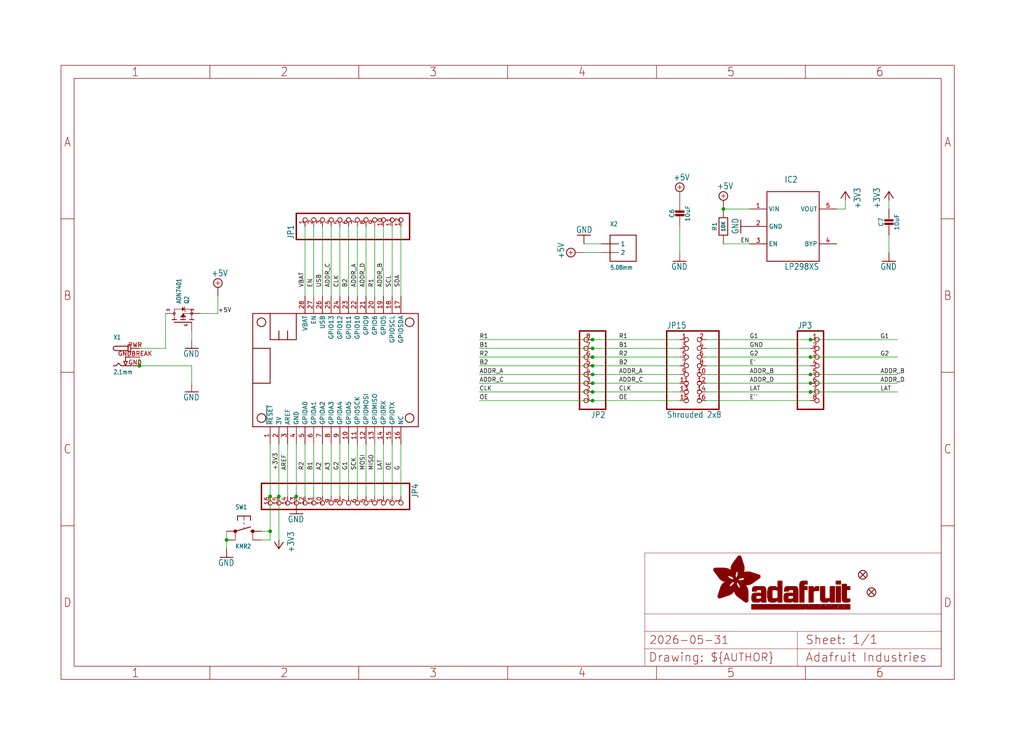
<source format=kicad_sch>
(kicad_sch (version 20230121) (generator eeschema)
  (paper "User" 298.45 217.322)
  (lib_symbols
    (symbol "working-eagle-import:+3V3" (power)
      (property "Value" "+3V3" (at -2.54 -5.08 90))
      (symbol "+3V3_1_0"
        (pin power_in line (at 0 -2.54 90) (length 2.54) (name "+3V3") (number "1"))
      )
    )
    (symbol "working-eagle-import:CAP_CERAMIC0805-NOOUTLINE"
      (property "Reference" "C" (at -2.29 1.25 90))
      (symbol "CAP_CERAMIC0805-NOOUTLINE_1_0"
        (pin passive line (at 0 5.08 270) (length 2.54) (name "1") (number "1"))
        (pin passive line (at 0 -2.54 90) (length 2.54) (name "2") (number "2"))
      )
    )
    (symbol "working-eagle-import:DCBARRELPTH"
      (property "Reference" "X" (at -5.08 5.08 0))
      (symbol "DCBARRELPTH_1_0"
        (pin power_in line (at 2.54 -2.54 180) (length 2.54) (name "GND") (number "GND"))
        (pin power_in line (at 2.54 0 180) (length 2.54) (name "GNDBREAK") (number "GNDBREAK"))
        (pin power_in line (at 2.54 2.54 180) (length 2.54) (name "PWR") (number "PWR"))
      )
    )
    (symbol "working-eagle-import:FEATHERWING"
      (symbol "FEATHERWING_1_0"
        (pin input line (at 5.08 -5.08 90) (length 5.08) (name "~{RESET}") (number "1"))
        (pin bidirectional line (at 27.94 -5.08 90) (length 5.08) (name "GPIOA5") (number "10"))
        (pin bidirectional line (at 30.48 -5.08 90) (length 5.08) (name "GPIOSCK") (number "11"))
        (pin bidirectional line (at 33.02 -5.08 90) (length 5.08) (name "GPIOMOSI") (number "12"))
        (pin bidirectional line (at 35.56 -5.08 90) (length 5.08) (name "GPIOMISO") (number "13"))
        (pin bidirectional line (at 38.1 -5.08 90) (length 5.08) (name "GPIORX") (number "14"))
        (pin bidirectional line (at 40.64 -5.08 90) (length 5.08) (name "GPIOTX") (number "15"))
        (pin passive line (at 43.18 -5.08 90) (length 5.08) (name "NC") (number "16"))
        (pin bidirectional line (at 43.18 38.1 270) (length 5.08) (name "GPIOSDA") (number "17"))
        (pin bidirectional line (at 40.64 38.1 270) (length 5.08) (name "GPIOSCL") (number "18"))
        (pin bidirectional line (at 38.1 38.1 270) (length 5.08) (name "GPIO5") (number "19"))
        (pin power_in line (at 7.62 -5.08 90) (length 5.08) (name "3V") (number "2"))
        (pin bidirectional line (at 35.56 38.1 270) (length 5.08) (name "GPIO6") (number "20"))
        (pin bidirectional line (at 33.02 38.1 270) (length 5.08) (name "GPIO9") (number "21"))
        (pin bidirectional line (at 30.48 38.1 270) (length 5.08) (name "GPIO10") (number "22"))
        (pin bidirectional line (at 27.94 38.1 270) (length 5.08) (name "GPIO11") (number "23"))
        (pin bidirectional line (at 25.4 38.1 270) (length 5.08) (name "GPIO12") (number "24"))
        (pin bidirectional line (at 22.86 38.1 270) (length 5.08) (name "GPIO13") (number "25"))
        (pin power_in line (at 20.32 38.1 270) (length 5.08) (name "USB") (number "26"))
        (pin passive line (at 17.78 38.1 270) (length 5.08) (name "EN") (number "27"))
        (pin power_in line (at 15.24 38.1 270) (length 5.08) (name "VBAT") (number "28"))
        (pin passive line (at 10.16 -5.08 90) (length 5.08) (name "AREF") (number "3"))
        (pin power_in line (at 12.7 -5.08 90) (length 5.08) (name "GND") (number "4"))
        (pin bidirectional line (at 15.24 -5.08 90) (length 5.08) (name "GPIOA0") (number "5"))
        (pin bidirectional line (at 17.78 -5.08 90) (length 5.08) (name "GPIOA1") (number "6"))
        (pin bidirectional line (at 20.32 -5.08 90) (length 5.08) (name "GPIOA2") (number "7"))
        (pin bidirectional line (at 22.86 -5.08 90) (length 5.08) (name "GPIOA3") (number "8"))
        (pin bidirectional line (at 25.4 -5.08 90) (length 5.08) (name "GPIOA4") (number "9"))
      )
    )
    (symbol "working-eagle-import:FIDUCIAL_1MM")
    (symbol "working-eagle-import:FRAME_A4_ADAFRUIT"
      (symbol "FRAME_A4_ADAFRUIT_1_0"
        (text "${#}/${##}" (at 230.505 10.16 0) (effects (font (size 2.54 2.54)) (justify left bottom)))
        (text "${AUTHOR}" (at 189.23 5.08 0) (effects (font (size 2.286 2.286)) (justify left bottom)))
        (text "${CURRENT_DATE}" (at 171.45 10.16 0) (effects (font (size 2.286 2.286)) (justify left bottom)))
        (text "${PROJECTNAME}" (at 171.45 15.24 0) (effects (font (size 2.54 2.54)) (justify left bottom)))
        (text "1" (at 21.6958 1.905 0) (effects (font (size 2.54 2.286))))
        (text "1" (at 21.6958 177.165 0) (effects (font (size 2.54 2.286))))
        (text "2" (at 65.0875 1.905 0) (effects (font (size 2.54 2.286))))
        (text "2" (at 65.0875 177.165 0) (effects (font (size 2.54 2.286))))
        (text "3" (at 108.4792 1.905 0) (effects (font (size 2.54 2.286))))
        (text "3" (at 108.4792 177.165 0) (effects (font (size 2.54 2.286))))
        (text "4" (at 151.8708 1.905 0) (effects (font (size 2.54 2.286))))
        (text "4" (at 151.8708 177.165 0) (effects (font (size 2.54 2.286))))
        (text "5" (at 195.2625 1.905 0) (effects (font (size 2.54 2.286))))
        (text "5" (at 195.2625 177.165 0) (effects (font (size 2.54 2.286))))
        (text "6" (at 238.6542 1.905 0) (effects (font (size 2.54 2.286))))
        (text "6" (at 238.6542 177.165 0) (effects (font (size 2.54 2.286))))
        (text "A" (at 1.905 156.6863 0) (effects (font (size 2.54 2.286))))
        (text "A" (at 258.445 156.6863 0) (effects (font (size 2.54 2.286))))
        (text "Adafruit Industries" (at 216.916 4.953 0) (effects (font (size 2.54 2.54)) (justify left bottom)))
        (text "B" (at 1.905 111.9188 0) (effects (font (size 2.54 2.286))))
        (text "B" (at 258.445 111.9188 0) (effects (font (size 2.54 2.286))))
        (text "C" (at 1.905 67.1513 0) (effects (font (size 2.54 2.286))))
        (text "C" (at 258.445 67.1513 0) (effects (font (size 2.54 2.286))))
        (text "D" (at 1.905 22.3838 0) (effects (font (size 2.54 2.286))))
        (text "D" (at 258.445 22.3838 0) (effects (font (size 2.54 2.286))))
        (text "Drawing:" (at 171.196 4.953 0) (effects (font (size 2.54 2.54)) (justify left bottom)))
        (text "Sheet:" (at 216.916 10.033 0) (effects (font (size 2.54 2.54)) (justify left bottom)))
      )
    )
    (symbol "working-eagle-import:HEADER-1X12"
      (property "Reference" "JP" (at -6.35 18.415 0))
      (symbol "HEADER-1X12_1_0"
        (pin passive inverted (at -2.54 15.24 0) (length 2.54) (name "1") (number "1"))
        (pin passive inverted (at -2.54 -7.62 0) (length 2.54) (name "10") (number "10"))
        (pin passive inverted (at -2.54 -10.16 0) (length 2.54) (name "11") (number "11"))
        (pin passive inverted (at -2.54 -12.7 0) (length 2.54) (name "12") (number "12"))
        (pin passive inverted (at -2.54 12.7 0) (length 2.54) (name "2") (number "2"))
        (pin passive inverted (at -2.54 10.16 0) (length 2.54) (name "3") (number "3"))
        (pin passive inverted (at -2.54 7.62 0) (length 2.54) (name "4") (number "4"))
        (pin passive inverted (at -2.54 5.08 0) (length 2.54) (name "5") (number "5"))
        (pin passive inverted (at -2.54 2.54 0) (length 2.54) (name "6") (number "6"))
        (pin passive inverted (at -2.54 0 0) (length 2.54) (name "7") (number "7"))
        (pin passive inverted (at -2.54 -2.54 0) (length 2.54) (name "8") (number "8"))
        (pin passive inverted (at -2.54 -5.08 0) (length 2.54) (name "9") (number "9"))
      )
    )
    (symbol "working-eagle-import:HEADER-1X16ROUND"
      (property "Reference" "JP" (at -6.35 20.955 0))
      (symbol "HEADER-1X16ROUND_1_0"
        (pin passive inverted (at -2.54 17.78 0) (length 2.54) (name "1") (number "1"))
        (pin passive inverted (at -2.54 -5.08 0) (length 2.54) (name "10") (number "10"))
        (pin passive inverted (at -2.54 -7.62 0) (length 2.54) (name "11") (number "11"))
        (pin passive inverted (at -2.54 -10.16 0) (length 2.54) (name "12") (number "12"))
        (pin passive inverted (at -2.54 -12.7 0) (length 2.54) (name "13") (number "13"))
        (pin passive inverted (at -2.54 -15.24 0) (length 2.54) (name "14") (number "14"))
        (pin passive inverted (at -2.54 -17.78 0) (length 2.54) (name "15") (number "15"))
        (pin passive inverted (at -2.54 -20.32 0) (length 2.54) (name "16") (number "16"))
        (pin passive inverted (at -2.54 15.24 0) (length 2.54) (name "2") (number "2"))
        (pin passive inverted (at -2.54 12.7 0) (length 2.54) (name "3") (number "3"))
        (pin passive inverted (at -2.54 10.16 0) (length 2.54) (name "4") (number "4"))
        (pin passive inverted (at -2.54 7.62 0) (length 2.54) (name "5") (number "5"))
        (pin passive inverted (at -2.54 5.08 0) (length 2.54) (name "6") (number "6"))
        (pin passive inverted (at -2.54 2.54 0) (length 2.54) (name "7") (number "7"))
        (pin passive inverted (at -2.54 0 0) (length 2.54) (name "8") (number "8"))
        (pin passive inverted (at -2.54 -2.54 0) (length 2.54) (name "9") (number "9"))
      )
    )
    (symbol "working-eagle-import:HEADER-1X870MIL"
      (property "Reference" "JP" (at -6.35 13.335 0))
      (symbol "HEADER-1X870MIL_1_0"
        (pin passive inverted (at -2.54 10.16 0) (length 2.54) (name "1") (number "1"))
        (pin passive inverted (at -2.54 7.62 0) (length 2.54) (name "2") (number "2"))
        (pin passive inverted (at -2.54 5.08 0) (length 2.54) (name "3") (number "3"))
        (pin passive inverted (at -2.54 2.54 0) (length 2.54) (name "4") (number "4"))
        (pin passive inverted (at -2.54 0 0) (length 2.54) (name "5") (number "5"))
        (pin passive inverted (at -2.54 -2.54 0) (length 2.54) (name "6") (number "6"))
        (pin passive inverted (at -2.54 -5.08 0) (length 2.54) (name "7") (number "7"))
        (pin passive inverted (at -2.54 -7.62 0) (length 2.54) (name "8") (number "8"))
      )
    )
    (symbol "working-eagle-import:HEADER-2X8_SHROUDED"
      (property "Reference" "JP" (at -8.89 10.795 0))
      (symbol "HEADER-2X8_SHROUDED_1_0"
        (pin passive inverted (at -5.08 7.62 0) (length 2.54) (name "1") (number "1"))
        (pin passive inverted (at 2.54 -2.54 180) (length 2.54) (name "10") (number "10"))
        (pin passive inverted (at -5.08 -5.08 0) (length 2.54) (name "11") (number "11"))
        (pin passive inverted (at 2.54 -5.08 180) (length 2.54) (name "12") (number "12"))
        (pin passive inverted (at -5.08 -7.62 0) (length 2.54) (name "13") (number "13"))
        (pin passive inverted (at 2.54 -7.62 180) (length 2.54) (name "14") (number "14"))
        (pin passive inverted (at -5.08 -10.16 0) (length 2.54) (name "15") (number "15"))
        (pin passive inverted (at 2.54 -10.16 180) (length 2.54) (name "16") (number "16"))
        (pin passive inverted (at 2.54 7.62 180) (length 2.54) (name "2") (number "2"))
        (pin passive inverted (at -5.08 5.08 0) (length 2.54) (name "3") (number "3"))
        (pin passive inverted (at 2.54 5.08 180) (length 2.54) (name "4") (number "4"))
        (pin passive inverted (at -5.08 2.54 0) (length 2.54) (name "5") (number "5"))
        (pin passive inverted (at 2.54 2.54 180) (length 2.54) (name "6") (number "6"))
        (pin passive inverted (at -5.08 0 0) (length 2.54) (name "7") (number "7"))
        (pin passive inverted (at 2.54 0 180) (length 2.54) (name "8") (number "8"))
        (pin passive inverted (at -5.08 -2.54 0) (length 2.54) (name "9") (number "9"))
      )
    )
    (symbol "working-eagle-import:LP298XS"
      (property "Reference" "IC" (at -12.7 -5.08 90))
      (symbol "LP298XS_1_0"
        (pin bidirectional line (at -5.08 -15.24 90) (length 5.08) (name "VIN") (number "1"))
        (pin bidirectional line (at 0 -15.24 90) (length 5.08) (name "GND") (number "2"))
        (pin bidirectional line (at 5.08 -15.24 90) (length 5.08) (name "EN") (number "3"))
        (pin bidirectional line (at 5.08 10.16 270) (length 5.08) (name "BYP") (number "4"))
        (pin bidirectional line (at -5.08 10.16 270) (length 5.08) (name "VOUT") (number "5"))
      )
    )
    (symbol "working-eagle-import:MOSFET-P-POWERDI3333"
      (property "Reference" "Q" (at 2.794 0.381 0))
      (symbol "MOSFET-P-POWERDI3333_1_0"
        (text "D" (at 0.635 -3.81 0) (effects (font (size 0.8128 0.6908)) (justify left bottom)))
        (text "G" (at -3.81 1.27 0) (effects (font (size 0.8128 0.6908)) (justify left bottom)))
        (text "S" (at 0.635 3.175 0) (effects (font (size 0.8128 0.6908)) (justify left bottom)))
        (pin passive line (at 0 5.08 270) (length 2.54) (name "S") (number "1"))
        (pin passive line (at 0 5.08 270) (length 2.54) (name "S") (number "2"))
        (pin passive line (at 0 5.08 270) (length 2.54) (name "S") (number "3"))
        (pin passive line (at -5.08 2.54 0) (length 2.54) (name "G") (number "4"))
        (pin passive line (at 0 -5.08 90) (length 2.54) (name "D") (number "5678"))
      )
    )
    (symbol "working-eagle-import:RESISTOR_0603_NOOUT"
      (property "Reference" "R" (at 0 2.54 0))
      (symbol "RESISTOR_0603_NOOUT_1_0"
        (pin passive line (at -5.08 0 0) (length 2.54) (name "1") (number "1"))
        (pin passive line (at 5.08 0 180) (length 2.54) (name "2") (number "2"))
      )
    )
    (symbol "working-eagle-import:SWITCH_TACT_SMT4.6X2.8"
      (property "Reference" "SW" (at -2.54 6.35 0))
      (symbol "SWITCH_TACT_SMT4.6X2.8_1_0"
        (pin passive line (at -5.08 0 0) (length 2.54) (name "P") (number "A"))
        (pin passive line (at -5.08 -2.54 0) (length 2.54) (name "P1") (number "A'"))
        (pin passive line (at 5.08 0 180) (length 2.54) (name "S") (number "B"))
        (pin passive line (at 5.08 -2.54 180) (length 2.54) (name "S1") (number "B'"))
      )
    )
    (symbol "working-eagle-import:TERMBLOCK_1X2_5.08MM"
      (property "Reference" "X" (at -2.54 7.62 0))
      (symbol "TERMBLOCK_1X2_5.08MM_1_0"
        (pin passive line (at -5.08 2.54 0) (length 5.08) (name "1") (number "P$3"))
        (pin passive line (at -5.08 0 0) (length 5.08) (name "2") (number "P$4"))
      )
    )
    (symbol "working-eagle-import:supply1_GND" (power)
      (property "Value" "supply1_GND" (at -2.54 -2.54 0))
      (symbol "supply1_GND_1_0"
        (pin power_in line (at 0 2.54 270) (length 2.54) (name "GND") (number "1"))
      )
    )
    (symbol "working-eagle-import:supply2_+5V" (power)
      (property "Value" "supply2_+5V" (at -1.905 3.175 0))
      (symbol "supply2_+5V_1_0"
        (pin power_in line (at 0 -2.54 90) (length 2.54) (name "+5V") (number "1"))
      )
    )
  )
  (junction (at 172.72 109.22))
  (junction (at 172.72 101.6))
  (junction (at 40.64 106.68))
  (junction (at 236.22 104.14))
  (junction (at 236.22 99.06))
  (junction (at 236.22 111.76))
  (junction (at 172.72 99.06))
  (junction (at 81.28 144.78))
  (junction (at 78.74 154.94))
  (junction (at 172.72 114.3))
  (junction (at 210.82 60.96))
  (junction (at 236.22 114.3))
  (junction (at 172.72 106.68))
  (junction (at 78.74 144.78))
  (junction (at 172.72 104.14))
  (junction (at 86.36 144.78))
  (junction (at 66.04 157.48))
  (junction (at 236.22 109.22))
  (junction (at 172.72 116.84))
  (junction (at 172.72 111.76))
  (wire (pts (xy 101.6 66.04) (xy 101.6 86.36)) (stroke (width 0.1524)))
  (wire (pts (xy 139.7 101.6) (xy 172.72 101.6)) (stroke (width 0.1524)))
  (wire (pts (xy 86.36 144.78) (xy 86.36 129.54)) (stroke (width 0.1524)))
  (wire (pts (xy 78.74 157.48) (xy 76.2 157.48)) (stroke (width 0.1524)))
  (wire (pts (xy 96.52 66.04) (xy 96.52 86.36)) (stroke (width 0.1524)))
  (wire (pts (xy 104.14 66.04) (xy 104.14 86.36)) (stroke (width 0.1524)))
  (wire (pts (xy 198.12 114.3) (xy 172.72 114.3)) (stroke (width 0.1524)))
  (wire (pts (xy 93.98 144.78) (xy 93.98 129.54)) (stroke (width 0.1524)))
  (wire (pts (xy 55.88 106.68) (xy 55.88 111.76)) (stroke (width 0.1524)))
  (wire (pts (xy 139.7 116.84) (xy 172.72 116.84)) (stroke (width 0.1524)))
  (wire (pts (xy 205.74 116.84) (xy 236.22 116.84)) (stroke (width 0.1524)))
  (wire (pts (xy 236.22 111.76) (xy 261.62 111.76)) (stroke (width 0.1524)))
  (wire (pts (xy 259.08 73.66) (xy 259.08 68.58)) (stroke (width 0.1524)))
  (wire (pts (xy 172.72 111.76) (xy 198.12 111.76)) (stroke (width 0.1524)))
  (wire (pts (xy 210.82 60.96) (xy 218.44 60.96)) (stroke (width 0.1524)))
  (wire (pts (xy 170.18 73.66) (xy 175.26 73.66)) (stroke (width 0.1524)))
  (wire (pts (xy 55.88 96.52) (xy 55.88 99.06)) (stroke (width 0.1524)))
  (wire (pts (xy 99.06 66.04) (xy 99.06 86.36)) (stroke (width 0.1524)))
  (wire (pts (xy 236.22 104.14) (xy 205.74 104.14)) (stroke (width 0.1524)))
  (wire (pts (xy 236.22 109.22) (xy 261.62 109.22)) (stroke (width 0.1524)))
  (wire (pts (xy 86.36 144.78) (xy 86.36 147.32)) (stroke (width 0.1524)))
  (wire (pts (xy 172.72 104.14) (xy 139.7 104.14)) (stroke (width 0.1524)))
  (wire (pts (xy 83.82 144.78) (xy 83.82 129.54)) (stroke (width 0.1524)))
  (wire (pts (xy 91.44 144.78) (xy 91.44 129.54)) (stroke (width 0.1524)))
  (wire (pts (xy 246.38 60.96) (xy 243.84 60.96)) (stroke (width 0.1524)))
  (wire (pts (xy 104.14 144.78) (xy 104.14 129.54)) (stroke (width 0.1524)))
  (wire (pts (xy 205.74 101.6) (xy 236.22 101.6)) (stroke (width 0.1524)))
  (wire (pts (xy 76.2 154.94) (xy 78.74 154.94)) (stroke (width 0.1524)))
  (wire (pts (xy 88.9 144.78) (xy 88.9 129.54)) (stroke (width 0.1524)))
  (wire (pts (xy 106.68 66.04) (xy 106.68 86.36)) (stroke (width 0.1524)))
  (wire (pts (xy 236.22 99.06) (xy 261.62 99.06)) (stroke (width 0.1524)))
  (wire (pts (xy 58.42 91.44) (xy 63.5 91.44)) (stroke (width 0.1524)))
  (wire (pts (xy 40.64 106.68) (xy 55.88 106.68)) (stroke (width 0.1524)))
  (wire (pts (xy 236.22 99.06) (xy 205.74 99.06)) (stroke (width 0.1524)))
  (wire (pts (xy 63.5 91.44) (xy 63.5 86.36)) (stroke (width 0.1524)))
  (wire (pts (xy 93.98 66.04) (xy 93.98 86.36)) (stroke (width 0.1524)))
  (wire (pts (xy 111.76 144.78) (xy 111.76 129.54)) (stroke (width 0.1524)))
  (wire (pts (xy 66.04 157.48) (xy 66.04 160.02)) (stroke (width 0.1524)))
  (wire (pts (xy 109.22 66.04) (xy 109.22 86.36)) (stroke (width 0.1524)))
  (wire (pts (xy 236.22 104.14) (xy 261.62 104.14)) (stroke (width 0.1524)))
  (wire (pts (xy 198.12 99.06) (xy 172.72 99.06)) (stroke (width 0.1524)))
  (wire (pts (xy 139.7 106.68) (xy 172.72 106.68)) (stroke (width 0.1524)))
  (wire (pts (xy 88.9 66.04) (xy 88.9 86.36)) (stroke (width 0.1524)))
  (wire (pts (xy 116.84 66.04) (xy 116.84 86.36)) (stroke (width 0.1524)))
  (wire (pts (xy 139.7 114.3) (xy 172.72 114.3)) (stroke (width 0.1524)))
  (wire (pts (xy 78.74 144.78) (xy 78.74 154.94)) (stroke (width 0.1524)))
  (wire (pts (xy 172.72 116.84) (xy 198.12 116.84)) (stroke (width 0.1524)))
  (wire (pts (xy 236.22 109.22) (xy 205.74 109.22)) (stroke (width 0.1524)))
  (wire (pts (xy 40.64 101.6) (xy 48.26 101.6)) (stroke (width 0.1524)))
  (wire (pts (xy 218.44 71.12) (xy 210.82 71.12)) (stroke (width 0.1524)))
  (wire (pts (xy 106.68 144.78) (xy 106.68 129.54)) (stroke (width 0.1524)))
  (wire (pts (xy 170.18 71.12) (xy 175.26 71.12)) (stroke (width 0.1524)))
  (wire (pts (xy 101.6 144.78) (xy 101.6 129.54)) (stroke (width 0.1524)))
  (wire (pts (xy 205.74 106.68) (xy 236.22 106.68)) (stroke (width 0.1524)))
  (wire (pts (xy 139.7 109.22) (xy 172.72 109.22)) (stroke (width 0.1524)))
  (wire (pts (xy 198.12 109.22) (xy 172.72 109.22)) (stroke (width 0.1524)))
  (wire (pts (xy 78.74 154.94) (xy 78.74 157.48)) (stroke (width 0.1524)))
  (wire (pts (xy 114.3 66.04) (xy 114.3 86.36)) (stroke (width 0.1524)))
  (wire (pts (xy 259.08 58.42) (xy 259.08 60.96)) (stroke (width 0.1524)))
  (wire (pts (xy 116.84 129.54) (xy 116.84 144.78)) (stroke (width 0.1524)))
  (wire (pts (xy 172.72 99.06) (xy 139.7 99.06)) (stroke (width 0.1524)))
  (wire (pts (xy 99.06 144.78) (xy 99.06 129.54)) (stroke (width 0.1524)))
  (wire (pts (xy 198.12 104.14) (xy 172.72 104.14)) (stroke (width 0.1524)))
  (wire (pts (xy 236.22 114.3) (xy 205.74 114.3)) (stroke (width 0.1524)))
  (wire (pts (xy 78.74 129.54) (xy 78.74 144.78)) (stroke (width 0.1524)))
  (wire (pts (xy 81.28 144.78) (xy 81.28 157.48)) (stroke (width 0.1524)))
  (wire (pts (xy 114.3 144.78) (xy 114.3 129.54)) (stroke (width 0.1524)))
  (wire (pts (xy 172.72 101.6) (xy 198.12 101.6)) (stroke (width 0.1524)))
  (wire (pts (xy 48.26 101.6) (xy 48.26 91.44)) (stroke (width 0.1524)))
  (wire (pts (xy 81.28 129.54) (xy 81.28 144.78)) (stroke (width 0.1524)))
  (wire (pts (xy 40.64 104.14) (xy 40.64 106.68)) (stroke (width 0.1524)))
  (wire (pts (xy 236.22 114.3) (xy 261.62 114.3)) (stroke (width 0.1524)))
  (wire (pts (xy 96.52 144.78) (xy 96.52 129.54)) (stroke (width 0.1524)))
  (wire (pts (xy 109.22 144.78) (xy 109.22 129.54)) (stroke (width 0.1524)))
  (wire (pts (xy 139.7 111.76) (xy 172.72 111.76)) (stroke (width 0.1524)))
  (wire (pts (xy 246.38 58.42) (xy 246.38 60.96)) (stroke (width 0.1524)))
  (wire (pts (xy 66.04 154.94) (xy 66.04 157.48)) (stroke (width 0.1524)))
  (wire (pts (xy 205.74 111.76) (xy 236.22 111.76)) (stroke (width 0.1524)))
  (wire (pts (xy 198.12 66.04) (xy 198.12 73.66)) (stroke (width 0.1524)))
  (wire (pts (xy 111.76 66.04) (xy 111.76 86.36)) (stroke (width 0.1524)))
  (wire (pts (xy 172.72 106.68) (xy 198.12 106.68)) (stroke (width 0.1524)))
  (wire (pts (xy 91.44 86.36) (xy 91.44 66.04)) (stroke (width 0.1524)))
  (label "G2" (at 99.06 137.16 90) (effects (font (size 1.2446 1.2446))))
  (label "SCK" (at 104.14 137.16 90) (effects (font (size 1.2446 1.2446))))
  (label "ADDR_B" (at 218.44 109.22 0) (effects (font (size 1.2446 1.2446))))
  (label "ADDR_B" (at 256.54 109.22 0) (effects (font (size 1.2446 1.2446))))
  (label "LAT" (at 218.44 114.3 0) (effects (font (size 1.2446 1.2446))))
  (label "B2" (at 139.7 106.68 0) (effects (font (size 1.2446 1.2446))))
  (label "A2" (at 93.98 137.16 90) (effects (font (size 1.2446 1.2446))))
  (label "CLK" (at 99.06 83.82 90) (effects (font (size 1.2446 1.2446))))
  (label "SCL" (at 114.3 83.82 90) (effects (font (size 1.2446 1.2446))))
  (label "AREF" (at 83.82 137.16 90) (effects (font (size 1.2446 1.2446))))
  (label "ADDR_B" (at 111.76 83.82 90) (effects (font (size 1.2446 1.2446))))
  (label "CLK" (at 139.7 114.3 0) (effects (font (size 1.2446 1.2446))))
  (label "LAT" (at 256.54 114.3 0) (effects (font (size 1.2446 1.2446))))
  (label "G" (at 116.84 137.16 90) (effects (font (size 1.2446 1.2446))))
  (label "OE" (at 139.7 116.84 0) (effects (font (size 1.2446 1.2446))))
  (label "MISO" (at 109.22 137.16 90) (effects (font (size 1.2446 1.2446))))
  (label "ADDR_A" (at 180.34 109.22 0) (effects (font (size 1.2446 1.2446))))
  (label "ADDR_C" (at 96.52 83.82 90) (effects (font (size 1.2446 1.2446))))
  (label "+3V3" (at 81.28 137.16 90) (effects (font (size 1.2446 1.2446))))
  (label "G1" (at 101.6 137.16 90) (effects (font (size 1.2446 1.2446))))
  (label "R1" (at 180.34 99.06 0) (effects (font (size 1.2446 1.2446))))
  (label "SDA" (at 116.84 83.82 90) (effects (font (size 1.2446 1.2446))))
  (label "E''" (at 218.44 116.84 0) (effects (font (size 1.2446 1.2446))))
  (label "OE" (at 114.3 137.16 90) (effects (font (size 1.2446 1.2446))))
  (label "EN" (at 91.44 83.82 90) (effects (font (size 1.2446 1.2446))))
  (label "ADDR_A" (at 139.7 109.22 0) (effects (font (size 1.2446 1.2446))))
  (label "G1" (at 218.44 99.06 0) (effects (font (size 1.2446 1.2446))))
  (label "GND" (at 218.44 101.6 0) (effects (font (size 1.2446 1.2446))))
  (label "A3" (at 96.52 137.16 90) (effects (font (size 1.2446 1.2446))))
  (label "R2" (at 139.7 104.14 0) (effects (font (size 1.2446 1.2446))))
  (label "OE" (at 180.34 116.84 0) (effects (font (size 1.2446 1.2446))))
  (label "E'" (at 218.44 106.68 0) (effects (font (size 1.2446 1.2446))))
  (label "R2" (at 88.9 137.16 90) (effects (font (size 1.2446 1.2446))))
  (label "G2" (at 218.44 104.14 0) (effects (font (size 1.2446 1.2446))))
  (label "ADDR_A" (at 104.14 83.82 90) (effects (font (size 1.2446 1.2446))))
  (label "LAT" (at 111.76 137.16 90) (effects (font (size 1.2446 1.2446))))
  (label "R1" (at 139.7 99.06 0) (effects (font (size 1.2446 1.2446))))
  (label "G2" (at 256.54 104.14 0) (effects (font (size 1.2446 1.2446))))
  (label "B2" (at 180.34 106.68 0) (effects (font (size 1.2446 1.2446))))
  (label "CLK" (at 180.34 114.3 0) (effects (font (size 1.2446 1.2446))))
  (label "B1" (at 139.7 101.6 0) (effects (font (size 1.2446 1.2446))))
  (label "B2" (at 101.6 83.82 90) (effects (font (size 1.2446 1.2446))))
  (label "ADDR_C" (at 180.34 111.76 0) (effects (font (size 1.2446 1.2446))))
  (label "EN" (at 218.44 71.12 180) (effects (font (size 1.2446 1.2446))))
  (label "ADDR_D" (at 106.68 83.82 90) (effects (font (size 1.2446 1.2446))))
  (label "B1" (at 180.34 101.6 0) (effects (font (size 1.2446 1.2446))))
  (label "R1" (at 109.22 83.82 90) (effects (font (size 1.2446 1.2446))))
  (label "VBAT" (at 88.9 83.82 90) (effects (font (size 1.2446 1.2446))))
  (label "R2" (at 180.34 104.14 0) (effects (font (size 1.2446 1.2446))))
  (label "B1" (at 91.44 137.16 90) (effects (font (size 1.2446 1.2446))))
  (label "ADDR_C" (at 139.7 111.76 0) (effects (font (size 1.2446 1.2446))))
  (label "+5V" (at 63.5 91.44 0) (effects (font (size 1.2446 1.2446))))
  (label "USB" (at 93.98 83.82 90) (effects (font (size 1.2446 1.2446))))
  (label "ADDR_D" (at 256.54 111.76 0) (effects (font (size 1.2446 1.2446))))
  (label "ADDR_D" (at 218.44 111.76 0) (effects (font (size 1.2446 1.2446))))
  (label "G1" (at 256.54 99.06 0) (effects (font (size 1.2446 1.2446))))
  (label "MOSI" (at 106.68 137.16 90) (effects (font (size 1.2446 1.2446))))
  (symbol (lib_id "working-eagle-import:+3V3") (at 259.08 55.88 0) (unit 1)
    (property "Reference" "#+3V6" (effects hide))
    (property "Value" "+3V3" (at 256.54 60.96 90) (effects (font (size 1.778 1.5113)) (justify left bottom)))
  )
  (symbol (lib_id "working-eagle-import:FIDUCIAL_1MM") (at 254 172.72 0) (unit 1)
    (property "Reference" "FID1" (effects hide))
    (property "Value" "FIDUCIAL_1MM" (effects hide))
    (property "Footprint" "working:FIDUCIAL_1MM" (effects hide))
  )
  (symbol (lib_id "working-eagle-import:SWITCH_TACT_SMT4.6X2.8") (at 71.12 154.94 0) (unit 1)
    (property "Reference" "SW1" (at 68.58 148.59 0) (effects (font (size 1.27 1.0795)) (justify left bottom)))
    (property "Value" "KMR2" (at 68.58 160.02 0) (effects (font (size 1.27 1.0795)) (justify left bottom)))
    (property "Footprint" "working:BTN_KMR2_4.6X2.8" (effects hide))
  )
  (symbol (lib_id "working-eagle-import:+3V3") (at 81.28 160.02 180) (unit 1)
    (property "Reference" "#+3V1" (effects hide))
    (property "Value" "+3V3" (at 83.82 154.94 90) (effects (font (size 1.778 1.5113)) (justify left bottom)))
  )
  (symbol (lib_id "working-eagle-import:FRAME_A4_ADAFRUIT") (at 17.78 198.12 0) (unit 1)
    (property "Reference" "#U$4" (effects hide))
    (property "Value" "FRAME_A4_ADAFRUIT" (effects hide))
  )
  (symbol (lib_id "working-eagle-import:supply1_GND") (at 55.88 101.6 0) (unit 1)
    (property "Reference" "#GND5" (effects hide))
    (property "Value" "GND" (at 53.34 104.14 0) (effects (font (size 1.778 1.5113)) (justify left bottom)))
  )
  (symbol (lib_id "working-eagle-import:FIDUCIAL_1MM") (at 251.46 167.64 0) (unit 1)
    (property "Reference" "FID3" (effects hide))
    (property "Value" "FIDUCIAL_1MM" (effects hide))
    (property "Footprint" "working:FIDUCIAL_1MM" (effects hide))
  )
  (symbol (lib_id "working-eagle-import:FEATHERWING") (at 73.66 124.46 0) (unit 1)
    (property "Reference" "MS1" (effects hide))
    (property "Value" "FEATHERWING" (effects hide))
    (property "Footprint" "working:FEATHERWING" (effects hide))
  )
  (symbol (lib_id "working-eagle-import:HEADER-1X870MIL") (at 238.76 109.22 0) (unit 1)
    (property "Reference" "JP3" (at 232.41 95.885 0) (effects (font (size 1.778 1.5113)) (justify left bottom)))
    (property "Value" "HEADER-1X870MIL" (effects hide))
    (property "Footprint" "working:1X08_ROUND_70" (effects hide))
  )
  (symbol (lib_id "working-eagle-import:supply1_GND") (at 198.12 76.2 0) (unit 1)
    (property "Reference" "#GND10" (effects hide))
    (property "Value" "GND" (at 195.58 78.74 0) (effects (font (size 1.778 1.5113)) (justify left bottom)))
  )
  (symbol (lib_id "working-eagle-import:RESISTOR_0603_NOOUT") (at 210.82 66.04 90) (unit 1)
    (property "Reference" "R1" (at 208.28 66.04 0))
    (property "Value" "10K" (at 210.82 66.04 0) (effects (font (size 1.016 1.016) bold)))
    (property "Footprint" "working:0603-NO" (effects hide))
  )
  (symbol (lib_id "working-eagle-import:LP298XS") (at 233.68 66.04 270) (unit 1)
    (property "Reference" "IC2" (at 228.6 53.34 90) (effects (font (size 1.778 1.5113)) (justify left bottom)))
    (property "Value" "LP298XS" (at 228.6 78.74 90) (effects (font (size 1.778 1.5113)) (justify left bottom)))
    (property "Footprint" "working:SOT23-5L" (effects hide))
  )
  (symbol (lib_id "working-eagle-import:HEADER-1X870MIL") (at 170.18 106.68 180) (unit 1)
    (property "Reference" "JP2" (at 176.53 120.015 0) (effects (font (size 1.778 1.5113)) (justify left bottom)))
    (property "Value" "HEADER-1X870MIL" (effects hide))
    (property "Footprint" "working:1X08_ROUND_70" (effects hide))
  )
  (symbol (lib_id "working-eagle-import:CAP_CERAMIC0805-NOOUTLINE") (at 198.12 63.5 0) (unit 1)
    (property "Reference" "C6" (at 195.83 62.25 90))
    (property "Value" "10uF" (at 200.42 62.25 90))
    (property "Footprint" "working:0805-NO" (effects hide))
  )
  (symbol (lib_id "working-eagle-import:+3V3") (at 246.38 55.88 0) (mirror y) (unit 1)
    (property "Reference" "#+3V2" (effects hide))
    (property "Value" "+3V3" (at 248.92 60.96 90) (effects (font (size 1.778 1.5113)) (justify left bottom)))
  )
  (symbol (lib_id "working-eagle-import:supply2_+5V") (at 63.5 83.82 0) (unit 1)
    (property "Reference" "#SUPPLY2" (effects hide))
    (property "Value" "+5V" (at 61.595 80.645 0) (effects (font (size 1.778 1.5113)) (justify left bottom)))
  )
  (symbol (lib_id "working-eagle-import:HEADER-1X12") (at 104.14 63.5 90) (unit 1)
    (property "Reference" "JP1" (at 85.725 69.85 0) (effects (font (size 1.778 1.5113)) (justify left bottom)))
    (property "Value" "HEADER-1X12" (effects hide))
    (property "Footprint" "working:1X12_ROUND" (effects hide))
  )
  (symbol (lib_id "working-eagle-import:supply1_GND") (at 215.9 66.04 270) (unit 1)
    (property "Reference" "#GND2" (effects hide))
    (property "Value" "GND" (at 213.36 63.5 0) (effects (font (size 1.778 1.5113)) (justify left bottom)))
  )
  (symbol (lib_id "working-eagle-import:supply2_+5V") (at 198.12 55.88 0) (unit 1)
    (property "Reference" "#SUPPLY4" (effects hide))
    (property "Value" "+5V" (at 196.215 52.705 0) (effects (font (size 1.778 1.5113)) (justify left bottom)))
  )
  (symbol (lib_id "working-eagle-import:TERMBLOCK_1X2_5.08MM") (at 180.34 73.66 0) (unit 1)
    (property "Reference" "X2" (at 177.8 66.04 0) (effects (font (size 1.27 1.0795)) (justify left bottom)))
    (property "Value" "5.08mm" (at 177.8 78.74 0) (effects (font (size 1.27 1.0795)) (justify left bottom)))
    (property "Footprint" "working:TERMBLOCK_508_1X2" (effects hide))
  )
  (symbol (lib_id "working-eagle-import:supply1_GND") (at 55.88 114.3 0) (unit 1)
    (property "Reference" "#GND1" (effects hide))
    (property "Value" "GND" (at 53.34 116.84 0) (effects (font (size 1.778 1.5113)) (justify left bottom)))
  )
  (symbol (lib_id "working-eagle-import:CAP_CERAMIC0805-NOOUTLINE") (at 259.08 66.04 0) (unit 1)
    (property "Reference" "C7" (at 256.79 64.79 90))
    (property "Value" "10uF" (at 261.38 64.79 90))
    (property "Footprint" "working:0805-NO" (effects hide))
  )
  (symbol (lib_id "working-eagle-import:supply1_GND") (at 66.04 162.56 0) (unit 1)
    (property "Reference" "#GND4" (effects hide))
    (property "Value" "GND" (at 63.5 165.1 0) (effects (font (size 1.778 1.5113)) (justify left bottom)))
  )
  (symbol (lib_id "working-eagle-import:HEADER-2X8_SHROUDED") (at 203.2 106.68 0) (unit 1)
    (property "Reference" "JP15" (at 194.31 95.885 0) (effects (font (size 1.778 1.5113)) (justify left bottom)))
    (property "Value" "Shrouded 2x8" (at 194.31 121.92 0) (effects (font (size 1.778 1.5113)) (justify left bottom)))
    (property "Footprint" "working:2X08_SHROUDED" (effects hide))
  )
  (symbol (lib_id "working-eagle-import:supply2_+5V") (at 210.82 58.42 0) (unit 1)
    (property "Reference" "#SUPPLY3" (effects hide))
    (property "Value" "+5V" (at 208.915 55.245 0) (effects (font (size 1.778 1.5113)) (justify left bottom)))
  )
  (symbol (lib_id "working-eagle-import:supply1_GND") (at 170.18 68.58 180) (unit 1)
    (property "Reference" "#GND12" (effects hide))
    (property "Value" "GND" (at 172.72 66.04 0) (effects (font (size 1.778 1.5113)) (justify left bottom)))
  )
  (symbol (lib_id "working-eagle-import:MOSFET-P-POWERDI3333") (at 53.34 91.44 270) (mirror x) (unit 1)
    (property "Reference" "Q2" (at 53.721 88.646 0) (effects (font (size 1.27 1.0795)) (justify left bottom)))
    (property "Value" "AON7401" (at 51.435 88.646 0) (effects (font (size 1.27 1.0795)) (justify left bottom)))
    (property "Footprint" "working:POWERDI3333" (effects hide))
  )
  (symbol (lib_id "working-eagle-import:DCBARRELPTH") (at 38.1 104.14 0) (unit 1)
    (property "Reference" "X1" (at 33.02 99.06 0) (effects (font (size 1.27 1.0795)) (justify left bottom)))
    (property "Value" "2.1mm" (at 33.02 109.22 0) (effects (font (size 1.27 1.0795)) (justify left bottom)))
    (property "Footprint" "working:DCJACK_2MM_PTH" (effects hide))
  )
  (symbol (lib_id "working-eagle-import:supply1_GND") (at 259.08 76.2 0) (unit 1)
    (property "Reference" "#GND11" (effects hide))
    (property "Value" "GND" (at 256.54 78.74 0) (effects (font (size 1.778 1.5113)) (justify left bottom)))
  )
  (symbol (lib_id "working-eagle-import:supply1_GND") (at 86.36 149.86 0) (unit 1)
    (property "Reference" "#GND3" (effects hide))
    (property "Value" "GND" (at 83.82 152.4 0) (effects (font (size 1.778 1.5113)) (justify left bottom)))
  )
  (symbol (lib_id "working-eagle-import:supply2_+5V") (at 167.64 73.66 90) (unit 1)
    (property "Reference" "#SUPPLY1" (effects hide))
    (property "Value" "+5V" (at 164.465 75.565 0) (effects (font (size 1.778 1.5113)) (justify left bottom)))
  )
  (symbol (lib_id "working-eagle-import:HEADER-1X16ROUND") (at 99.06 147.32 270) (unit 1)
    (property "Reference" "JP4" (at 120.015 140.97 0) (effects (font (size 1.778 1.5113)) (justify left bottom)))
    (property "Value" "HEADER-1X16ROUND" (effects hide))
    (property "Footprint" "working:1X16_ROUND" (effects hide))
  )
)
</source>
